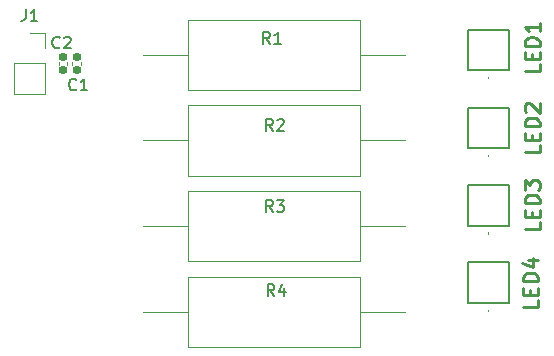
<source format=gbr>
%TF.GenerationSoftware,KiCad,Pcbnew,8.0.3*%
%TF.CreationDate,2024-06-27T14:15:58-04:00*%
%TF.ProjectId,PCB,5043422e-6b69-4636-9164-5f7063625858,rev?*%
%TF.SameCoordinates,Original*%
%TF.FileFunction,Legend,Top*%
%TF.FilePolarity,Positive*%
%FSLAX46Y46*%
G04 Gerber Fmt 4.6, Leading zero omitted, Abs format (unit mm)*
G04 Created by KiCad (PCBNEW 8.0.3) date 2024-06-27 14:15:58*
%MOMM*%
%LPD*%
G01*
G04 APERTURE LIST*
G04 Aperture macros list*
%AMRoundRect*
0 Rectangle with rounded corners*
0 $1 Rounding radius*
0 $2 $3 $4 $5 $6 $7 $8 $9 X,Y pos of 4 corners*
0 Add a 4 corners polygon primitive as box body*
4,1,4,$2,$3,$4,$5,$6,$7,$8,$9,$2,$3,0*
0 Add four circle primitives for the rounded corners*
1,1,$1+$1,$2,$3*
1,1,$1+$1,$4,$5*
1,1,$1+$1,$6,$7*
1,1,$1+$1,$8,$9*
0 Add four rect primitives between the rounded corners*
20,1,$1+$1,$2,$3,$4,$5,0*
20,1,$1+$1,$4,$5,$6,$7,0*
20,1,$1+$1,$6,$7,$8,$9,0*
20,1,$1+$1,$8,$9,$2,$3,0*%
G04 Aperture macros list end*
%ADD10C,0.150000*%
%ADD11C,0.254000*%
%ADD12C,0.120000*%
%ADD13C,0.200000*%
%ADD14C,0.100000*%
%ADD15R,1.700000X1.700000*%
%ADD16O,1.700000X1.700000*%
%ADD17C,2.800000*%
%ADD18O,2.800000X2.800000*%
%ADD19R,2.700000X0.500000*%
%ADD20R,2.700000X1.000000*%
%ADD21RoundRect,0.155000X-0.155000X0.212500X-0.155000X-0.212500X0.155000X-0.212500X0.155000X0.212500X0*%
G04 APERTURE END LIST*
D10*
X213483866Y-44640019D02*
X213483866Y-45354304D01*
X213483866Y-45354304D02*
X213436247Y-45497161D01*
X213436247Y-45497161D02*
X213341009Y-45592400D01*
X213341009Y-45592400D02*
X213198152Y-45640019D01*
X213198152Y-45640019D02*
X213102914Y-45640019D01*
X214483866Y-45640019D02*
X213912438Y-45640019D01*
X214198152Y-45640019D02*
X214198152Y-44640019D01*
X214198152Y-44640019D02*
X214102914Y-44782876D01*
X214102914Y-44782876D02*
X214007676Y-44878114D01*
X214007676Y-44878114D02*
X213912438Y-44925733D01*
X234529333Y-68907819D02*
X234196000Y-68431628D01*
X233957905Y-68907819D02*
X233957905Y-67907819D01*
X233957905Y-67907819D02*
X234338857Y-67907819D01*
X234338857Y-67907819D02*
X234434095Y-67955438D01*
X234434095Y-67955438D02*
X234481714Y-68003057D01*
X234481714Y-68003057D02*
X234529333Y-68098295D01*
X234529333Y-68098295D02*
X234529333Y-68241152D01*
X234529333Y-68241152D02*
X234481714Y-68336390D01*
X234481714Y-68336390D02*
X234434095Y-68384009D01*
X234434095Y-68384009D02*
X234338857Y-68431628D01*
X234338857Y-68431628D02*
X233957905Y-68431628D01*
X235386476Y-68241152D02*
X235386476Y-68907819D01*
X235148381Y-67860200D02*
X234910286Y-68574485D01*
X234910286Y-68574485D02*
X235529333Y-68574485D01*
X234402333Y-61795819D02*
X234069000Y-61319628D01*
X233830905Y-61795819D02*
X233830905Y-60795819D01*
X233830905Y-60795819D02*
X234211857Y-60795819D01*
X234211857Y-60795819D02*
X234307095Y-60843438D01*
X234307095Y-60843438D02*
X234354714Y-60891057D01*
X234354714Y-60891057D02*
X234402333Y-60986295D01*
X234402333Y-60986295D02*
X234402333Y-61129152D01*
X234402333Y-61129152D02*
X234354714Y-61224390D01*
X234354714Y-61224390D02*
X234307095Y-61272009D01*
X234307095Y-61272009D02*
X234211857Y-61319628D01*
X234211857Y-61319628D02*
X233830905Y-61319628D01*
X234735667Y-60795819D02*
X235354714Y-60795819D01*
X235354714Y-60795819D02*
X235021381Y-61176771D01*
X235021381Y-61176771D02*
X235164238Y-61176771D01*
X235164238Y-61176771D02*
X235259476Y-61224390D01*
X235259476Y-61224390D02*
X235307095Y-61272009D01*
X235307095Y-61272009D02*
X235354714Y-61367247D01*
X235354714Y-61367247D02*
X235354714Y-61605342D01*
X235354714Y-61605342D02*
X235307095Y-61700580D01*
X235307095Y-61700580D02*
X235259476Y-61748200D01*
X235259476Y-61748200D02*
X235164238Y-61795819D01*
X235164238Y-61795819D02*
X234878524Y-61795819D01*
X234878524Y-61795819D02*
X234783286Y-61748200D01*
X234783286Y-61748200D02*
X234735667Y-61700580D01*
X234402333Y-54937819D02*
X234069000Y-54461628D01*
X233830905Y-54937819D02*
X233830905Y-53937819D01*
X233830905Y-53937819D02*
X234211857Y-53937819D01*
X234211857Y-53937819D02*
X234307095Y-53985438D01*
X234307095Y-53985438D02*
X234354714Y-54033057D01*
X234354714Y-54033057D02*
X234402333Y-54128295D01*
X234402333Y-54128295D02*
X234402333Y-54271152D01*
X234402333Y-54271152D02*
X234354714Y-54366390D01*
X234354714Y-54366390D02*
X234307095Y-54414009D01*
X234307095Y-54414009D02*
X234211857Y-54461628D01*
X234211857Y-54461628D02*
X233830905Y-54461628D01*
X234783286Y-54033057D02*
X234830905Y-53985438D01*
X234830905Y-53985438D02*
X234926143Y-53937819D01*
X234926143Y-53937819D02*
X235164238Y-53937819D01*
X235164238Y-53937819D02*
X235259476Y-53985438D01*
X235259476Y-53985438D02*
X235307095Y-54033057D01*
X235307095Y-54033057D02*
X235354714Y-54128295D01*
X235354714Y-54128295D02*
X235354714Y-54223533D01*
X235354714Y-54223533D02*
X235307095Y-54366390D01*
X235307095Y-54366390D02*
X234735667Y-54937819D01*
X234735667Y-54937819D02*
X235354714Y-54937819D01*
X234148333Y-47571819D02*
X233815000Y-47095628D01*
X233576905Y-47571819D02*
X233576905Y-46571819D01*
X233576905Y-46571819D02*
X233957857Y-46571819D01*
X233957857Y-46571819D02*
X234053095Y-46619438D01*
X234053095Y-46619438D02*
X234100714Y-46667057D01*
X234100714Y-46667057D02*
X234148333Y-46762295D01*
X234148333Y-46762295D02*
X234148333Y-46905152D01*
X234148333Y-46905152D02*
X234100714Y-47000390D01*
X234100714Y-47000390D02*
X234053095Y-47048009D01*
X234053095Y-47048009D02*
X233957857Y-47095628D01*
X233957857Y-47095628D02*
X233576905Y-47095628D01*
X235100714Y-47571819D02*
X234529286Y-47571819D01*
X234815000Y-47571819D02*
X234815000Y-46571819D01*
X234815000Y-46571819D02*
X234719762Y-46714676D01*
X234719762Y-46714676D02*
X234624524Y-46809914D01*
X234624524Y-46809914D02*
X234529286Y-46857533D01*
D11*
X256860318Y-69239190D02*
X256860318Y-69843952D01*
X256860318Y-69843952D02*
X255590318Y-69843952D01*
X256195080Y-68815857D02*
X256195080Y-68392523D01*
X256860318Y-68211095D02*
X256860318Y-68815857D01*
X256860318Y-68815857D02*
X255590318Y-68815857D01*
X255590318Y-68815857D02*
X255590318Y-68211095D01*
X256860318Y-67666809D02*
X255590318Y-67666809D01*
X255590318Y-67666809D02*
X255590318Y-67364428D01*
X255590318Y-67364428D02*
X255650794Y-67182999D01*
X255650794Y-67182999D02*
X255771746Y-67062047D01*
X255771746Y-67062047D02*
X255892699Y-67001570D01*
X255892699Y-67001570D02*
X256134603Y-66941094D01*
X256134603Y-66941094D02*
X256316032Y-66941094D01*
X256316032Y-66941094D02*
X256557937Y-67001570D01*
X256557937Y-67001570D02*
X256678889Y-67062047D01*
X256678889Y-67062047D02*
X256799842Y-67182999D01*
X256799842Y-67182999D02*
X256860318Y-67364428D01*
X256860318Y-67364428D02*
X256860318Y-67666809D01*
X256013651Y-65852523D02*
X256860318Y-65852523D01*
X255529842Y-66154904D02*
X256436984Y-66457285D01*
X256436984Y-66457285D02*
X256436984Y-65671094D01*
X256987318Y-62635190D02*
X256987318Y-63239952D01*
X256987318Y-63239952D02*
X255717318Y-63239952D01*
X256322080Y-62211857D02*
X256322080Y-61788523D01*
X256987318Y-61607095D02*
X256987318Y-62211857D01*
X256987318Y-62211857D02*
X255717318Y-62211857D01*
X255717318Y-62211857D02*
X255717318Y-61607095D01*
X256987318Y-61062809D02*
X255717318Y-61062809D01*
X255717318Y-61062809D02*
X255717318Y-60760428D01*
X255717318Y-60760428D02*
X255777794Y-60578999D01*
X255777794Y-60578999D02*
X255898746Y-60458047D01*
X255898746Y-60458047D02*
X256019699Y-60397570D01*
X256019699Y-60397570D02*
X256261603Y-60337094D01*
X256261603Y-60337094D02*
X256443032Y-60337094D01*
X256443032Y-60337094D02*
X256684937Y-60397570D01*
X256684937Y-60397570D02*
X256805889Y-60458047D01*
X256805889Y-60458047D02*
X256926842Y-60578999D01*
X256926842Y-60578999D02*
X256987318Y-60760428D01*
X256987318Y-60760428D02*
X256987318Y-61062809D01*
X255717318Y-59913761D02*
X255717318Y-59127570D01*
X255717318Y-59127570D02*
X256201127Y-59550904D01*
X256201127Y-59550904D02*
X256201127Y-59369475D01*
X256201127Y-59369475D02*
X256261603Y-59248523D01*
X256261603Y-59248523D02*
X256322080Y-59188047D01*
X256322080Y-59188047D02*
X256443032Y-59127570D01*
X256443032Y-59127570D02*
X256745413Y-59127570D01*
X256745413Y-59127570D02*
X256866365Y-59188047D01*
X256866365Y-59188047D02*
X256926842Y-59248523D01*
X256926842Y-59248523D02*
X256987318Y-59369475D01*
X256987318Y-59369475D02*
X256987318Y-59732332D01*
X256987318Y-59732332D02*
X256926842Y-59853285D01*
X256926842Y-59853285D02*
X256866365Y-59913761D01*
X256987318Y-56121190D02*
X256987318Y-56725952D01*
X256987318Y-56725952D02*
X255717318Y-56725952D01*
X256322080Y-55697857D02*
X256322080Y-55274523D01*
X256987318Y-55093095D02*
X256987318Y-55697857D01*
X256987318Y-55697857D02*
X255717318Y-55697857D01*
X255717318Y-55697857D02*
X255717318Y-55093095D01*
X256987318Y-54548809D02*
X255717318Y-54548809D01*
X255717318Y-54548809D02*
X255717318Y-54246428D01*
X255717318Y-54246428D02*
X255777794Y-54064999D01*
X255777794Y-54064999D02*
X255898746Y-53944047D01*
X255898746Y-53944047D02*
X256019699Y-53883570D01*
X256019699Y-53883570D02*
X256261603Y-53823094D01*
X256261603Y-53823094D02*
X256443032Y-53823094D01*
X256443032Y-53823094D02*
X256684937Y-53883570D01*
X256684937Y-53883570D02*
X256805889Y-53944047D01*
X256805889Y-53944047D02*
X256926842Y-54064999D01*
X256926842Y-54064999D02*
X256987318Y-54246428D01*
X256987318Y-54246428D02*
X256987318Y-54548809D01*
X255838270Y-53339285D02*
X255777794Y-53278809D01*
X255777794Y-53278809D02*
X255717318Y-53157856D01*
X255717318Y-53157856D02*
X255717318Y-52855475D01*
X255717318Y-52855475D02*
X255777794Y-52734523D01*
X255777794Y-52734523D02*
X255838270Y-52674047D01*
X255838270Y-52674047D02*
X255959222Y-52613570D01*
X255959222Y-52613570D02*
X256080175Y-52613570D01*
X256080175Y-52613570D02*
X256261603Y-52674047D01*
X256261603Y-52674047D02*
X256987318Y-53399761D01*
X256987318Y-53399761D02*
X256987318Y-52613570D01*
X256987318Y-49300190D02*
X256987318Y-49904952D01*
X256987318Y-49904952D02*
X255717318Y-49904952D01*
X256322080Y-48876857D02*
X256322080Y-48453523D01*
X256987318Y-48272095D02*
X256987318Y-48876857D01*
X256987318Y-48876857D02*
X255717318Y-48876857D01*
X255717318Y-48876857D02*
X255717318Y-48272095D01*
X256987318Y-47727809D02*
X255717318Y-47727809D01*
X255717318Y-47727809D02*
X255717318Y-47425428D01*
X255717318Y-47425428D02*
X255777794Y-47243999D01*
X255777794Y-47243999D02*
X255898746Y-47123047D01*
X255898746Y-47123047D02*
X256019699Y-47062570D01*
X256019699Y-47062570D02*
X256261603Y-47002094D01*
X256261603Y-47002094D02*
X256443032Y-47002094D01*
X256443032Y-47002094D02*
X256684937Y-47062570D01*
X256684937Y-47062570D02*
X256805889Y-47123047D01*
X256805889Y-47123047D02*
X256926842Y-47243999D01*
X256926842Y-47243999D02*
X256987318Y-47425428D01*
X256987318Y-47425428D02*
X256987318Y-47727809D01*
X256987318Y-45792570D02*
X256987318Y-46518285D01*
X256987318Y-46155428D02*
X255717318Y-46155428D01*
X255717318Y-46155428D02*
X255898746Y-46276380D01*
X255898746Y-46276380D02*
X256019699Y-46397332D01*
X256019699Y-46397332D02*
X256080175Y-46518285D01*
D10*
X216368333Y-47857580D02*
X216320714Y-47905200D01*
X216320714Y-47905200D02*
X216177857Y-47952819D01*
X216177857Y-47952819D02*
X216082619Y-47952819D01*
X216082619Y-47952819D02*
X215939762Y-47905200D01*
X215939762Y-47905200D02*
X215844524Y-47809961D01*
X215844524Y-47809961D02*
X215796905Y-47714723D01*
X215796905Y-47714723D02*
X215749286Y-47524247D01*
X215749286Y-47524247D02*
X215749286Y-47381390D01*
X215749286Y-47381390D02*
X215796905Y-47190914D01*
X215796905Y-47190914D02*
X215844524Y-47095676D01*
X215844524Y-47095676D02*
X215939762Y-47000438D01*
X215939762Y-47000438D02*
X216082619Y-46952819D01*
X216082619Y-46952819D02*
X216177857Y-46952819D01*
X216177857Y-46952819D02*
X216320714Y-47000438D01*
X216320714Y-47000438D02*
X216368333Y-47048057D01*
X216749286Y-47048057D02*
X216796905Y-47000438D01*
X216796905Y-47000438D02*
X216892143Y-46952819D01*
X216892143Y-46952819D02*
X217130238Y-46952819D01*
X217130238Y-46952819D02*
X217225476Y-47000438D01*
X217225476Y-47000438D02*
X217273095Y-47048057D01*
X217273095Y-47048057D02*
X217320714Y-47143295D01*
X217320714Y-47143295D02*
X217320714Y-47238533D01*
X217320714Y-47238533D02*
X217273095Y-47381390D01*
X217273095Y-47381390D02*
X216701667Y-47952819D01*
X216701667Y-47952819D02*
X217320714Y-47952819D01*
X217765333Y-51413580D02*
X217717714Y-51461200D01*
X217717714Y-51461200D02*
X217574857Y-51508819D01*
X217574857Y-51508819D02*
X217479619Y-51508819D01*
X217479619Y-51508819D02*
X217336762Y-51461200D01*
X217336762Y-51461200D02*
X217241524Y-51365961D01*
X217241524Y-51365961D02*
X217193905Y-51270723D01*
X217193905Y-51270723D02*
X217146286Y-51080247D01*
X217146286Y-51080247D02*
X217146286Y-50937390D01*
X217146286Y-50937390D02*
X217193905Y-50746914D01*
X217193905Y-50746914D02*
X217241524Y-50651676D01*
X217241524Y-50651676D02*
X217336762Y-50556438D01*
X217336762Y-50556438D02*
X217479619Y-50508819D01*
X217479619Y-50508819D02*
X217574857Y-50508819D01*
X217574857Y-50508819D02*
X217717714Y-50556438D01*
X217717714Y-50556438D02*
X217765333Y-50604057D01*
X218717714Y-51508819D02*
X218146286Y-51508819D01*
X218432000Y-51508819D02*
X218432000Y-50508819D01*
X218432000Y-50508819D02*
X218336762Y-50651676D01*
X218336762Y-50651676D02*
X218241524Y-50746914D01*
X218241524Y-50746914D02*
X218146286Y-50794533D01*
D12*
%TO.C,J1*%
X212487200Y-49225200D02*
X212487200Y-51825200D01*
X212487200Y-49225200D02*
X215147200Y-49225200D01*
X212487200Y-51825200D02*
X215147200Y-51825200D01*
X213817200Y-46625200D02*
X215147200Y-46625200D01*
X215147200Y-46625200D02*
X215147200Y-47955200D01*
X215147200Y-49225200D02*
X215147200Y-51825200D01*
%TO.C,R4*%
X223440000Y-70250000D02*
X227230000Y-70250000D01*
X227230000Y-67280000D02*
X227230000Y-73220000D01*
X227230000Y-73220000D02*
X241770000Y-73220000D01*
X241770000Y-67280000D02*
X227230000Y-67280000D01*
X241770000Y-73220000D02*
X241770000Y-67280000D01*
X245560000Y-70250000D02*
X241770000Y-70250000D01*
%TO.C,R3*%
X223440000Y-63000000D02*
X227230000Y-63000000D01*
X227230000Y-60030000D02*
X227230000Y-65970000D01*
X227230000Y-65970000D02*
X241770000Y-65970000D01*
X241770000Y-60030000D02*
X227230000Y-60030000D01*
X241770000Y-65970000D02*
X241770000Y-60030000D01*
X245560000Y-63000000D02*
X241770000Y-63000000D01*
%TO.C,R2*%
X223440000Y-55750000D02*
X227230000Y-55750000D01*
X227230000Y-52780000D02*
X227230000Y-58720000D01*
X227230000Y-58720000D02*
X241770000Y-58720000D01*
X241770000Y-52780000D02*
X227230000Y-52780000D01*
X241770000Y-58720000D02*
X241770000Y-52780000D01*
X245560000Y-55750000D02*
X241770000Y-55750000D01*
%TO.C,R1*%
X223440000Y-48500000D02*
X227230000Y-48500000D01*
X227230000Y-45530000D02*
X227230000Y-51470000D01*
X227230000Y-51470000D02*
X241770000Y-51470000D01*
X241770000Y-45530000D02*
X227230000Y-45530000D01*
X241770000Y-51470000D02*
X241770000Y-45530000D01*
X245560000Y-48500000D02*
X241770000Y-48500000D01*
D13*
%TO.C,LED4*%
X250925000Y-66075000D02*
X254375000Y-66075000D01*
X254375000Y-66075000D02*
X254375000Y-69525000D01*
X254375000Y-69525000D02*
X250925000Y-69525000D01*
X250925000Y-69525000D02*
X250925000Y-66075000D01*
D14*
X252650000Y-70200000D02*
X252650000Y-70200000D01*
X252650000Y-70100000D02*
X252650000Y-70100000D01*
X252650000Y-70100000D02*
G75*
G02*
X252650000Y-70200000I0J-50000D01*
G01*
X252650000Y-70200000D02*
G75*
G02*
X252650000Y-70100000I0J50000D01*
G01*
D13*
%TO.C,LED3*%
X250925000Y-59525000D02*
X254375000Y-59525000D01*
X254375000Y-59525000D02*
X254375000Y-62975000D01*
X254375000Y-62975000D02*
X250925000Y-62975000D01*
X250925000Y-62975000D02*
X250925000Y-59525000D01*
D14*
X252650000Y-63650000D02*
X252650000Y-63650000D01*
X252650000Y-63550000D02*
X252650000Y-63550000D01*
X252650000Y-63550000D02*
G75*
G02*
X252650000Y-63650000I0J-50000D01*
G01*
X252650000Y-63650000D02*
G75*
G02*
X252650000Y-63550000I0J50000D01*
G01*
D13*
%TO.C,LED2*%
X250925000Y-52975000D02*
X254375000Y-52975000D01*
X254375000Y-52975000D02*
X254375000Y-56425000D01*
X254375000Y-56425000D02*
X250925000Y-56425000D01*
X250925000Y-56425000D02*
X250925000Y-52975000D01*
D14*
X252650000Y-57100000D02*
X252650000Y-57100000D01*
X252650000Y-57000000D02*
X252650000Y-57000000D01*
X252650000Y-57000000D02*
G75*
G02*
X252650000Y-57100000I0J-50000D01*
G01*
X252650000Y-57100000D02*
G75*
G02*
X252650000Y-57000000I0J50000D01*
G01*
%TO.C,LED1*%
X252650000Y-50500000D02*
G75*
G02*
X252650000Y-50400000I0J50000D01*
G01*
X252650000Y-50400000D02*
G75*
G02*
X252650000Y-50500000I0J-50000D01*
G01*
X252650000Y-50400000D02*
X252650000Y-50400000D01*
X252650000Y-50500000D02*
X252650000Y-50500000D01*
D13*
X250925000Y-49825000D02*
X250925000Y-46375000D01*
X254375000Y-49825000D02*
X250925000Y-49825000D01*
X254375000Y-46375000D02*
X254375000Y-49825000D01*
X250925000Y-46375000D02*
X254375000Y-46375000D01*
D12*
%TO.C,C2*%
X217022000Y-49092665D02*
X217022000Y-49324335D01*
X216302000Y-49092665D02*
X216302000Y-49324335D01*
%TO.C,C1*%
X218165000Y-49092665D02*
X218165000Y-49324335D01*
X217445000Y-49092665D02*
X217445000Y-49324335D01*
%TD*%
%LPC*%
D15*
%TO.C,J1*%
X213817200Y-47955200D03*
D16*
X213817200Y-50495200D03*
%TD*%
D17*
%TO.C,R4*%
X221800000Y-70250000D03*
D18*
X247200000Y-70250000D03*
%TD*%
D17*
%TO.C,R3*%
X221800000Y-63000000D03*
D18*
X247200000Y-63000000D03*
%TD*%
D17*
%TO.C,R2*%
X221800000Y-55750000D03*
D18*
X247200000Y-55750000D03*
%TD*%
D17*
%TO.C,R1*%
X221800000Y-48500000D03*
D18*
X247200000Y-48500000D03*
%TD*%
D19*
%TO.C,LED4*%
X252650000Y-68900000D03*
X252650000Y-66700000D03*
D20*
X252650000Y-67800000D03*
%TD*%
D19*
%TO.C,LED3*%
X252650000Y-62350000D03*
X252650000Y-60150000D03*
D20*
X252650000Y-61250000D03*
%TD*%
D19*
%TO.C,LED2*%
X252650000Y-55800000D03*
X252650000Y-53600000D03*
D20*
X252650000Y-54700000D03*
%TD*%
%TO.C,LED1*%
X252650000Y-48100000D03*
D19*
X252650000Y-47000000D03*
X252650000Y-49200000D03*
%TD*%
D21*
%TO.C,C2*%
X216662000Y-48641000D03*
X216662000Y-49776000D03*
%TD*%
%TO.C,C1*%
X217805000Y-48641000D03*
X217805000Y-49776000D03*
%TD*%
%LPD*%
M02*

</source>
